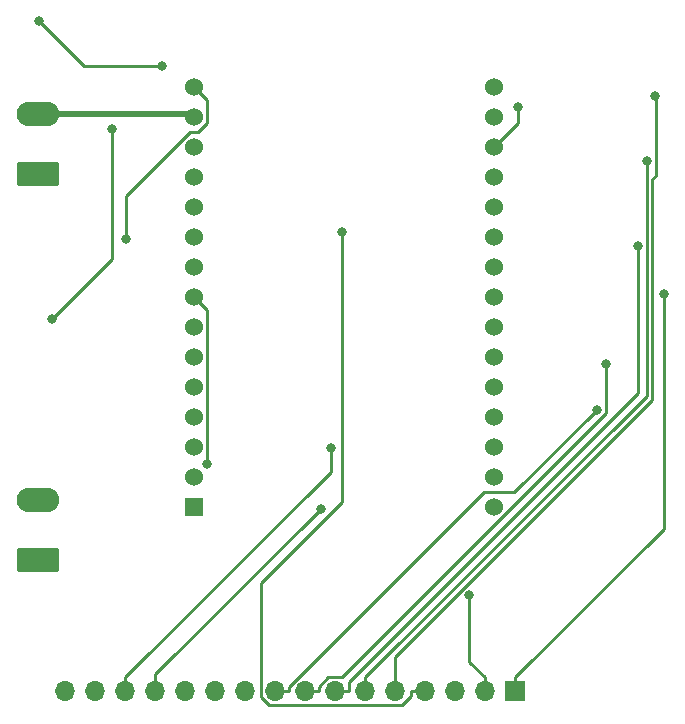
<source format=gbr>
%TF.GenerationSoftware,KiCad,Pcbnew,(6.0.10)*%
%TF.CreationDate,2023-04-05T19:00:52-05:00*%
%TF.ProjectId,pwm_pcb_v2,70776d5f-7063-4625-9f76-322e6b696361,rev?*%
%TF.SameCoordinates,Original*%
%TF.FileFunction,Copper,L2,Bot*%
%TF.FilePolarity,Positive*%
%FSLAX46Y46*%
G04 Gerber Fmt 4.6, Leading zero omitted, Abs format (unit mm)*
G04 Created by KiCad (PCBNEW (6.0.10)) date 2023-04-05 19:00:52*
%MOMM*%
%LPD*%
G01*
G04 APERTURE LIST*
G04 Aperture macros list*
%AMRoundRect*
0 Rectangle with rounded corners*
0 $1 Rounding radius*
0 $2 $3 $4 $5 $6 $7 $8 $9 X,Y pos of 4 corners*
0 Add a 4 corners polygon primitive as box body*
4,1,4,$2,$3,$4,$5,$6,$7,$8,$9,$2,$3,0*
0 Add four circle primitives for the rounded corners*
1,1,$1+$1,$2,$3*
1,1,$1+$1,$4,$5*
1,1,$1+$1,$6,$7*
1,1,$1+$1,$8,$9*
0 Add four rect primitives between the rounded corners*
20,1,$1+$1,$2,$3,$4,$5,0*
20,1,$1+$1,$4,$5,$6,$7,0*
20,1,$1+$1,$6,$7,$8,$9,0*
20,1,$1+$1,$8,$9,$2,$3,0*%
G04 Aperture macros list end*
%TA.AperFunction,ComponentPad*%
%ADD10R,1.700000X1.700000*%
%TD*%
%TA.AperFunction,ComponentPad*%
%ADD11O,1.700000X1.700000*%
%TD*%
%TA.AperFunction,ComponentPad*%
%ADD12RoundRect,0.249999X1.550001X-0.790001X1.550001X0.790001X-1.550001X0.790001X-1.550001X-0.790001X0*%
%TD*%
%TA.AperFunction,ComponentPad*%
%ADD13O,3.600000X2.080000*%
%TD*%
%TA.AperFunction,ComponentPad*%
%ADD14R,1.524000X1.524000*%
%TD*%
%TA.AperFunction,ComponentPad*%
%ADD15C,1.524000*%
%TD*%
%TA.AperFunction,ViaPad*%
%ADD16C,0.800000*%
%TD*%
%TA.AperFunction,Conductor*%
%ADD17C,0.250000*%
%TD*%
%TA.AperFunction,Conductor*%
%ADD18C,0.500000*%
%TD*%
G04 APERTURE END LIST*
D10*
%TO.P,J3,1,Pin_1*%
%TO.N,LED_1*%
X138303000Y-112522000D03*
D11*
%TO.P,J3,2,Pin_2*%
%TO.N,LED_2*%
X135763000Y-112522000D03*
%TO.P,J3,3,Pin_3*%
%TO.N,LED_3*%
X133223000Y-112522000D03*
%TO.P,J3,4,Pin_4*%
%TO.N,LED_4*%
X130683000Y-112522000D03*
%TO.P,J3,5,Pin_5*%
%TO.N,LED_5*%
X128143000Y-112522000D03*
%TO.P,J3,6,Pin_6*%
%TO.N,LED_6*%
X125603000Y-112522000D03*
%TO.P,J3,7,Pin_7*%
%TO.N,LED_7*%
X123063000Y-112522000D03*
%TO.P,J3,8,Pin_8*%
%TO.N,LED_8*%
X120523000Y-112522000D03*
%TO.P,J3,9,Pin_9*%
%TO.N,LED_9*%
X117983000Y-112522000D03*
%TO.P,J3,10,Pin_10*%
%TO.N,LED_10*%
X115443000Y-112522000D03*
%TO.P,J3,11,Pin_11*%
%TO.N,LED_11*%
X112903000Y-112522000D03*
%TO.P,J3,12,Pin_12*%
%TO.N,LED_12*%
X110363000Y-112522000D03*
%TO.P,J3,13,Pin_13*%
%TO.N,LED_13*%
X107823000Y-112522000D03*
%TO.P,J3,14,Pin_14*%
%TO.N,LED_14*%
X105283000Y-112522000D03*
%TO.P,J3,15,Pin_15*%
%TO.N,LED_15*%
X102743000Y-112522000D03*
%TO.P,J3,16,Pin_16*%
%TO.N,LED_16*%
X100203000Y-112522000D03*
%TD*%
D12*
%TO.P,J2,1,Pin_1*%
%TO.N,Net-(D4-Pad2)*%
X97877500Y-101400000D03*
D13*
%TO.P,J2,2,Pin_2*%
%TO.N,GND*%
X97877500Y-96320000D03*
%TD*%
D14*
%TO.P,U1,1,EN*%
%TO.N,unconnected-(U1-Pad1)*%
X111125000Y-96926000D03*
D15*
%TO.P,U1,2,SENSOR_VP*%
%TO.N,unconnected-(U1-Pad2)*%
X111125000Y-94386000D03*
%TO.P,U1,3,SENSOR_VN*%
%TO.N,unconnected-(U1-Pad3)*%
X111125000Y-91846000D03*
%TO.P,U1,4,IO34*%
%TO.N,unconnected-(U1-Pad4)*%
X111125000Y-89306000D03*
%TO.P,U1,5,IO35*%
%TO.N,unconnected-(U1-Pad5)*%
X111125000Y-86766000D03*
%TO.P,U1,6,IO32*%
%TO.N,PWM_16*%
X111125000Y-84226000D03*
%TO.P,U1,7,IO33*%
%TO.N,unconnected-(U1-Pad7)*%
X111125000Y-81686000D03*
%TO.P,U1,8,IO25*%
%TO.N,PWM_13*%
X111125000Y-79146000D03*
%TO.P,U1,9,IO26*%
%TO.N,PWM_14*%
X111125000Y-76606000D03*
%TO.P,U1,10,IO27*%
%TO.N,PWM_15*%
X111125000Y-74066000D03*
%TO.P,U1,11,IO14*%
%TO.N,PWM_4*%
X111125000Y-71526000D03*
%TO.P,U1,12,IO12*%
%TO.N,PWM_2*%
X111125000Y-68986000D03*
%TO.P,U1,13,IO13*%
%TO.N,PWM_3*%
X111125000Y-66446000D03*
%TO.P,U1,14,GND*%
%TO.N,GND*%
X111125000Y-63906000D03*
%TO.P,U1,15,VIN*%
%TO.N,+5V*%
X111125000Y-61366000D03*
%TO.P,U1,16,3V3*%
%TO.N,unconnected-(U1-Pad16)*%
X136525000Y-61366000D03*
%TO.P,U1,17,GND*%
%TO.N,GND*%
X136525000Y-63906000D03*
%TO.P,U1,18,IO15*%
%TO.N,PWM_5*%
X136525000Y-66446000D03*
%TO.P,U1,19,IO2*%
%TO.N,unconnected-(U1-Pad19)*%
X136525000Y-68986000D03*
%TO.P,U1,20,IO4*%
%TO.N,unconnected-(U1-Pad20)*%
X136525000Y-71526000D03*
%TO.P,U1,21,IO16*%
%TO.N,PWM_6*%
X136525000Y-74066000D03*
%TO.P,U1,22,IO17*%
%TO.N,PWM_7*%
X136525000Y-76606000D03*
%TO.P,U1,23,IO5*%
%TO.N,PWM_1*%
X136525000Y-79146000D03*
%TO.P,U1,24,IO18*%
%TO.N,PWM_8*%
X136525000Y-81686000D03*
%TO.P,U1,25,IO19*%
%TO.N,PWM_9*%
X136525000Y-84226000D03*
%TO.P,U1,26,IO21*%
%TO.N,PWM_10*%
X136525000Y-86766000D03*
%TO.P,U1,27,RXD0/IO3*%
%TO.N,unconnected-(U1-Pad27)*%
X136525000Y-89306000D03*
%TO.P,U1,28,TXD0/IO1*%
%TO.N,unconnected-(U1-Pad28)*%
X136525000Y-91846000D03*
%TO.P,U1,29,IO22*%
%TO.N,PWM_11*%
X136525000Y-94386000D03*
%TO.P,U1,30,IO23*%
%TO.N,PWM_12*%
X136525000Y-96926000D03*
%TD*%
D12*
%TO.P,J1,1,Pin_1*%
%TO.N,Net-(C1-Pad1)*%
X97877500Y-68680000D03*
D13*
%TO.P,J1,2,Pin_2*%
%TO.N,GND*%
X97877500Y-63600000D03*
%TD*%
D16*
%TO.N,Net-(D1-Pad2)*%
X98000000Y-55800000D03*
X108400000Y-59600000D03*
%TO.N,PWM_13*%
X112212100Y-93283400D03*
%TO.N,PWM_5*%
X138571100Y-63031700D03*
%TO.N,LED_14*%
X122702800Y-91902300D03*
%TO.N,LED_13*%
X121832100Y-97056000D03*
%TO.N,LED_9*%
X145228000Y-88677700D03*
%TO.N,LED_8*%
X145992000Y-84848400D03*
%TO.N,LED_7*%
X148738900Y-74806400D03*
%TO.N,LED_6*%
X149465700Y-67625600D03*
%TO.N,LED_5*%
X150149000Y-62147600D03*
%TO.N,LED_4*%
X123659900Y-73647700D03*
%TO.N,LED_2*%
X134415200Y-104393500D03*
%TO.N,LED_1*%
X150899300Y-78902600D03*
%TO.N,+5V*%
X105379200Y-74245400D03*
%TO.N,Net-(C2-Pad1)*%
X104187700Y-64889400D03*
X99098400Y-80972200D03*
%TD*%
D17*
%TO.N,Net-(D1-Pad2)*%
X101800000Y-59600000D02*
X98000000Y-55800000D01*
X108400000Y-59600000D02*
X101800000Y-59600000D01*
%TO.N,PWM_13*%
X112212100Y-80233100D02*
X112212100Y-93283400D01*
X111125000Y-79146000D02*
X112212100Y-80233100D01*
%TO.N,PWM_5*%
X138571100Y-64399900D02*
X138571100Y-63031700D01*
X136525000Y-66446000D02*
X138571100Y-64399900D01*
%TO.N,LED_14*%
X122702800Y-93927100D02*
X122702800Y-91902300D01*
X105283000Y-111346900D02*
X122702800Y-93927100D01*
X105283000Y-112522000D02*
X105283000Y-111346900D01*
%TO.N,LED_13*%
X107823000Y-111065100D02*
X121832100Y-97056000D01*
X107823000Y-112522000D02*
X107823000Y-111065100D01*
%TO.N,LED_9*%
X138249700Y-95656000D02*
X145228000Y-88677700D01*
X135656900Y-95656000D02*
X138249700Y-95656000D01*
X119158100Y-112154800D02*
X135656900Y-95656000D01*
X119158100Y-112522000D02*
X119158100Y-112154800D01*
X117983000Y-112522000D02*
X119158100Y-112522000D01*
%TO.N,LED_8*%
X120523000Y-112522000D02*
X121698100Y-112522000D01*
X145992000Y-88996400D02*
X145992000Y-84848400D01*
X123641500Y-111346900D02*
X145992000Y-88996400D01*
X122505900Y-111346900D02*
X123641500Y-111346900D01*
X121698100Y-112154700D02*
X122505900Y-111346900D01*
X121698100Y-112522000D02*
X121698100Y-112154700D01*
%TO.N,LED_7*%
X123063000Y-112522000D02*
X124238100Y-112522000D01*
X124238100Y-111772700D02*
X124238100Y-112522000D01*
X148738900Y-87271900D02*
X124238100Y-111772700D01*
X148738900Y-74806400D02*
X148738900Y-87271900D01*
%TO.N,LED_6*%
X125603000Y-112522000D02*
X125603000Y-111346900D01*
X149465700Y-87484200D02*
X125603000Y-111346900D01*
X149465700Y-67625600D02*
X149465700Y-87484200D01*
%TO.N,LED_5*%
X150201000Y-62199600D02*
X150149000Y-62147600D01*
X150201000Y-68896000D02*
X150201000Y-62199600D01*
X149915900Y-69181100D02*
X150201000Y-68896000D01*
X149915900Y-87867400D02*
X149915900Y-69181100D01*
X128143000Y-109640300D02*
X149915900Y-87867400D01*
X128143000Y-112522000D02*
X128143000Y-109640300D01*
%TO.N,LED_4*%
X123659900Y-96454700D02*
X123659900Y-73647700D01*
X116802900Y-103311700D02*
X123659900Y-96454700D01*
X116802900Y-113025400D02*
X116802900Y-103311700D01*
X117479600Y-113702100D02*
X116802900Y-113025400D01*
X128695000Y-113702100D02*
X117479600Y-113702100D01*
X129507900Y-112889200D02*
X128695000Y-113702100D01*
X129507900Y-112522000D02*
X129507900Y-112889200D01*
X130683000Y-112522000D02*
X129507900Y-112522000D01*
%TO.N,LED_2*%
X135763000Y-112522000D02*
X135763000Y-111346900D01*
X134415200Y-109999100D02*
X134415200Y-104393500D01*
X135763000Y-111346900D02*
X134415200Y-109999100D01*
%TO.N,LED_1*%
X150899300Y-98750600D02*
X150899300Y-78902600D01*
X138303000Y-111346900D02*
X150899300Y-98750600D01*
X138303000Y-112522000D02*
X138303000Y-111346900D01*
%TO.N,+5V*%
X105379200Y-70616500D02*
X105379200Y-74245400D01*
X110819700Y-65176000D02*
X105379200Y-70616500D01*
X111427900Y-65176000D02*
X110819700Y-65176000D01*
X112213900Y-64390000D02*
X111427900Y-65176000D01*
X112213900Y-62454900D02*
X112213900Y-64390000D01*
X111125000Y-61366000D02*
X112213900Y-62454900D01*
D18*
%TO.N,GND*%
X110819000Y-63600000D02*
X111125000Y-63906000D01*
X97877500Y-63600000D02*
X110819000Y-63600000D01*
D17*
%TO.N,Net-(C2-Pad1)*%
X104187700Y-75882900D02*
X99098400Y-80972200D01*
X104187700Y-64889400D02*
X104187700Y-75882900D01*
%TD*%
M02*

</source>
